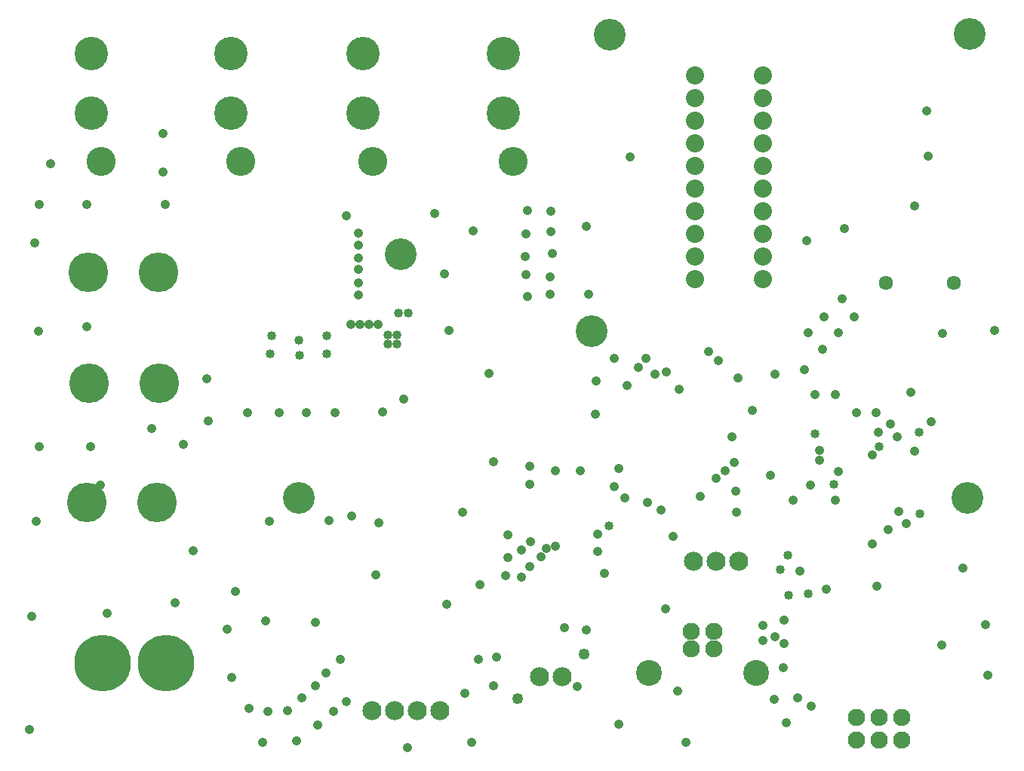
<source format=gbr>
G04 EAGLE Gerber RS-274X export*
G75*
%MOMM*%
%FSLAX34Y34*%
%LPD*%
%INSoldermask Bottom*%
%IPPOS*%
%AMOC8*
5,1,8,0,0,1.08239X$1,22.5*%
G01*
%ADD10C,4.445000*%
%ADD11C,2.133600*%
%ADD12C,3.754000*%
%ADD13C,3.254000*%
%ADD14C,6.350000*%
%ADD15C,2.032000*%
%ADD16C,1.254000*%
%ADD17C,1.609600*%
%ADD18C,1.930400*%
%ADD19C,2.895600*%
%ADD20C,3.556000*%
%ADD21C,1.066800*%
%ADD22C,1.059600*%
%ADD23C,1.016000*%


D10*
X166370Y424180D03*
X87630Y424180D03*
X85090Y290830D03*
X163830Y290830D03*
D11*
X481330Y57150D03*
X455930Y57150D03*
X430530Y57150D03*
X405130Y57150D03*
D12*
X552450Y794540D03*
X552450Y727540D03*
D13*
X563450Y673540D03*
D12*
X90170Y794540D03*
X90170Y727540D03*
D13*
X101170Y673540D03*
D12*
X394970Y794540D03*
X394970Y727540D03*
D13*
X405970Y673540D03*
D12*
X246380Y794540D03*
X246380Y727540D03*
D13*
X257380Y673540D03*
D14*
X102870Y110490D03*
X173990Y110490D03*
D15*
X767080Y769620D03*
X767080Y744220D03*
X767080Y718820D03*
X767080Y693420D03*
X767080Y668020D03*
X767080Y642620D03*
X767080Y617220D03*
X767080Y591820D03*
X767080Y566420D03*
X767080Y541020D03*
X843280Y541020D03*
X843280Y566420D03*
X843280Y591820D03*
X843280Y617220D03*
X843280Y642620D03*
X843280Y668020D03*
X843280Y693420D03*
X843280Y718820D03*
X843280Y744220D03*
X843280Y769620D03*
D11*
X592709Y95250D03*
X618820Y95250D03*
D16*
X568325Y70358D03*
X643255Y120142D03*
D17*
X981710Y537210D03*
X1057710Y537210D03*
D18*
X948690Y24130D03*
X974090Y24130D03*
X999490Y24130D03*
X948690Y49530D03*
X974090Y49530D03*
X999490Y49530D03*
D11*
X765810Y224790D03*
X791210Y224790D03*
X816610Y224790D03*
D10*
X165100Y548640D03*
X86360Y548640D03*
D18*
X788470Y146172D03*
X763470Y146172D03*
X763470Y126360D03*
X788470Y126360D03*
D19*
X836168Y99182D03*
X715772Y99182D03*
D20*
X322580Y295910D03*
X1075690Y816610D03*
X1073150Y295910D03*
X436880Y568960D03*
X671830Y815340D03*
X651510Y482600D03*
D21*
X184150Y177800D03*
X251460Y190500D03*
X242570Y148590D03*
X247650Y93980D03*
X369570Y114300D03*
X353060Y99060D03*
X341630Y85090D03*
X326390Y71120D03*
X309880Y57150D03*
X288290Y55880D03*
X266700Y59690D03*
X281940Y21590D03*
X320040Y22860D03*
X344170Y40640D03*
X361950Y55880D03*
X375920Y67310D03*
X488950Y176530D03*
X524510Y114300D03*
X444500Y15240D03*
X516890Y21590D03*
X509270Y76200D03*
X541020Y85090D03*
X544830Y116840D03*
X635000Y83820D03*
X681990Y41910D03*
X756920Y21590D03*
X572770Y237490D03*
X572770Y207010D03*
X657860Y255270D03*
X506730Y279400D03*
X541020Y336550D03*
X914400Y193040D03*
X934720Y598170D03*
X894080Y481330D03*
X892810Y584200D03*
X694690Y678180D03*
D22*
X645160Y600710D03*
D21*
X647700Y524510D03*
X676910Y452120D03*
X656590Y426720D03*
X655320Y389890D03*
X557530Y254000D03*
X554990Y208280D03*
X525780Y198120D03*
X600710Y238760D03*
X594360Y229870D03*
X581660Y218440D03*
X582930Y246380D03*
X557530Y228600D03*
D22*
X285750Y157480D03*
X645160Y147320D03*
D21*
X665480Y210820D03*
X734060Y171450D03*
X1096010Y96520D03*
X1043940Y130810D03*
X971550Y196850D03*
X1093470Y153670D03*
X877570Y293370D03*
X896620Y309880D03*
X812800Y303530D03*
X852170Y321310D03*
X924560Y293370D03*
X966470Y243840D03*
X984250Y260350D03*
X1004570Y266700D03*
X1013460Y347980D03*
X1032510Y381000D03*
X1009650Y414020D03*
X994410Y364490D03*
X1045210Y480060D03*
X910590Y462280D03*
X928370Y481330D03*
X946150Y499110D03*
X911860Y499110D03*
X932180Y519430D03*
X815340Y430530D03*
X831850Y393700D03*
X735330Y436880D03*
X749300Y417830D03*
X808990Y364490D03*
X742950Y252730D03*
X581660Y311150D03*
X581660Y331470D03*
X610870Y326390D03*
X638810Y326390D03*
X885190Y213360D03*
X748030Y78740D03*
X681990Y328930D03*
X773430Y297180D03*
X869950Y43180D03*
X1103630Y483870D03*
X924560Y411480D03*
X928370Y325120D03*
X1013460Y623570D03*
X1028700Y679450D03*
X1027430Y730250D03*
X843280Y152400D03*
X843280Y135890D03*
X867410Y158750D03*
X867410Y132080D03*
X866140Y105410D03*
X855980Y69850D03*
X882650Y71120D03*
X897890Y62230D03*
X1068070Y217170D03*
D22*
X713740Y290830D03*
X966470Y344170D03*
X728980Y281940D03*
D23*
X974090Y353060D03*
D21*
X676910Y308610D03*
X408940Y209550D03*
D23*
X670560Y264160D03*
D21*
X20320Y35560D03*
X22860Y162560D03*
X27940Y269240D03*
X31750Y353060D03*
X100330Y309880D03*
X107950Y166370D03*
X88900Y353060D03*
X30480Y482600D03*
X85090Y487680D03*
X26670Y581660D03*
D22*
X341630Y156210D03*
X621030Y149860D03*
D21*
X610870Y241300D03*
D22*
X657860Y235422D03*
X986790Y378460D03*
D21*
X219710Y429260D03*
X356870Y270510D03*
X382270Y275590D03*
X204470Y236220D03*
X157480Y373380D03*
X193040Y355600D03*
X220980Y382270D03*
X44450Y670560D03*
X31750Y624840D03*
X85090Y624840D03*
X172720Y624840D03*
X170180Y661670D03*
X170180Y704850D03*
X389890Y593090D03*
X375920Y612140D03*
X389890Y579120D03*
X389890Y565150D03*
X389890Y552450D03*
X518160Y595630D03*
X474980Y614680D03*
X486410Y547370D03*
X389890Y537210D03*
X389890Y523240D03*
X381000Y490220D03*
X391160Y490220D03*
X401320Y490220D03*
X411480Y490220D03*
X491490Y483870D03*
X579120Y521970D03*
X577850Y546100D03*
X576580Y566420D03*
X577850Y591820D03*
X579120Y618490D03*
X605790Y617220D03*
X605790Y594360D03*
X607060Y570230D03*
X604520Y543560D03*
X604520Y524510D03*
X535940Y435610D03*
X440690Y406400D03*
X416560Y392430D03*
X363220Y391160D03*
X331470Y391160D03*
X300990Y391160D03*
X265430Y391160D03*
X412750Y267970D03*
X289560Y269240D03*
D22*
X688340Y295910D03*
X972820Y369570D03*
D23*
X422910Y478790D03*
X433070Y478790D03*
X433070Y468630D03*
X422910Y468630D03*
X292100Y477520D03*
X354330Y457200D03*
X322580Y472440D03*
X354330Y477520D03*
X290830Y457200D03*
X323850Y455930D03*
X445770Y502920D03*
X434340Y502920D03*
D22*
X857250Y139700D03*
X857250Y434340D03*
X995680Y280670D03*
X793750Y449580D03*
X901700Y411480D03*
X782320Y459740D03*
X889854Y439420D03*
X690880Y421640D03*
X814070Y279400D03*
X703580Y441960D03*
X791210Y317500D03*
X801370Y326390D03*
X712470Y452120D03*
X722630Y434340D03*
X811530Y335280D03*
D23*
X1019810Y278130D03*
X1018540Y369570D03*
D22*
X906780Y349250D03*
X948690Y391160D03*
X906780Y337820D03*
X970280Y391160D03*
D23*
X872490Y186690D03*
X862754Y215054D03*
X894080Y187960D03*
X871220Y231140D03*
X902020Y367980D03*
X923290Y311150D03*
M02*

</source>
